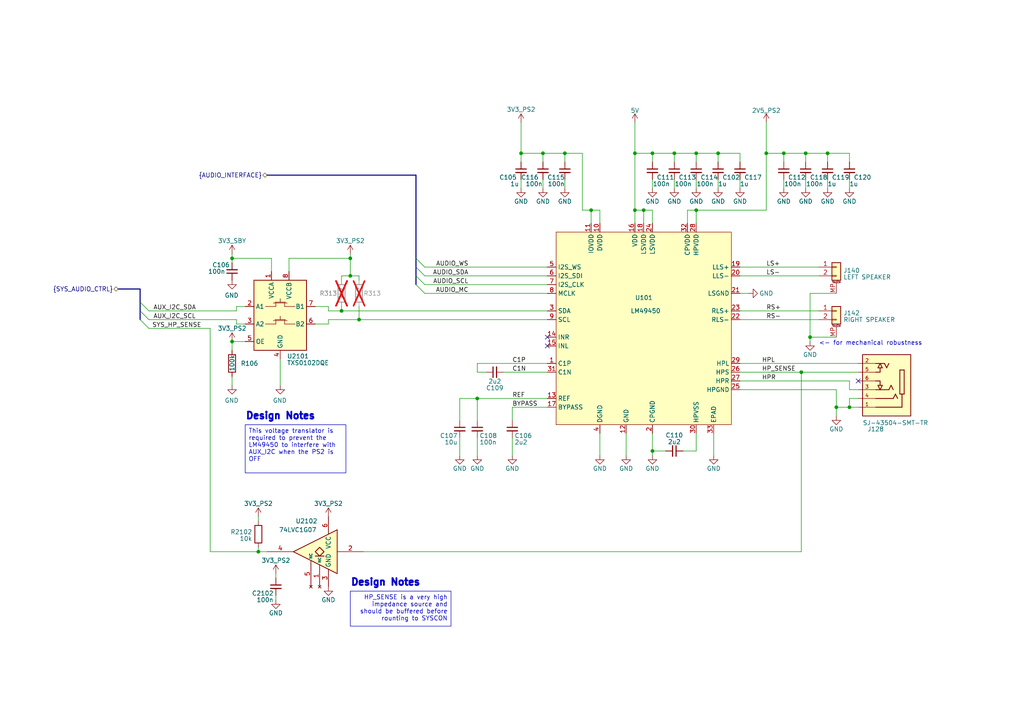
<source format=kicad_sch>
(kicad_sch (version 20230121) (generator eeschema)
  (paper "A4")
  (title_block (title "PS2 Audio Codec") (rev "0.3") (comment 5 "-a project by Tschicki"))
  (lib_symbols
    (symbol "PS2:2V5" (power) (pin_names (offset 0))
      (property "Value" "2V5_PS2" (at 0 3.556 0))
      (symbol "2V5_1_1"
        (pin power_in line (at 0 0 90) (length 0) hide (name "2V5_PS2") (number "1"))
      )
    )
    (symbol "PS2:3V5" (power) (pin_names (offset 0))
      (property "Value" "3V3_PS2" (at 0 3.556 0))
      (symbol "3V5_1_1"
        (pin power_in line (at 0 0 90) (length 0) hide (name "3V3_PS2") (number "1"))
      )
    )
    (symbol "PS2:3V5_SBY" (power) (pin_names (offset 0))
      (property "Value" "3V3_SBY" (at 0 3.556 0))
      (symbol "3V5_SBY_1_1"
        (pin power_in line (at 0 0 90) (length 0) hide (name "3V3_SBY") (number "1"))
      )
    )
    (symbol "PS2:5V" (power) (pin_names (offset 0))
      (property "Value" "5V" (at 0 3.556 0))
      (symbol "5V_1_1"
        (pin power_in line (at 0 0 90) (length 0) hide (name "5V") (number "1"))
      )
    )
    (symbol "PS2:74LVC1G07"
      (property "Reference" "U" (at 0 7.62 0))
      (property "Value" "74LVC1G07" (at 6.35 -5.08 0))
      (symbol "74LVC1G07_1_1"
        (pin no_connect line (at -2.54 -10.16 90) (length 6.35) (name "NC") (number "1"))
        (pin input line (at -15.24 0 0) (length 7.62) (name "~") (number "2"))
        (pin power_in line (at -5.08 -10.16 90) (length 5.08) (name "GND") (number "3"))
        (pin open_collector line (at 12.7 0 180) (length 7.62) (name "~") (number "4"))
        (pin no_connect line (at 0 -10.16 90) (length 7.5) (name "NC") (number "5"))
        (pin power_in line (at -5.08 10.16 270) (length 5.08) (name "VCC") (number "6"))
      )
    )
    (symbol "PS2:JST BM02B-SURS-TF" (pin_names (offset 1.016) hide)
      (property "Reference" "J" (at 0 2.54 0))
      (property "Value" "Conn_01x02_MountingPin" (at 1.27 -5.08 0))
      (symbol "JST BM02B-SURS-TF_1_1"
        (text "Mounting" (at 0 -4.191 0) (effects (font (size 0.381 0.381))))
        (pin passive line (at -5.08 0 0) (length 3.81) (name "Pin_1") (number "1"))
        (pin passive line (at -5.08 -2.54 0) (length 3.81) (name "Pin_2") (number "2"))
        (pin passive line (at 0 -7.62 90) (length 3.048) (name "MountPin") (number "MP"))
      )
    )
    (symbol "PS2:LM49450"
      (property "Reference" "U" (at 0 -22.86 0))
      (property "Value" "LM49450" (at 0 -17.78 0))
      (symbol "LM49450_1_1"
        (pin output line (at -27.94 -33.02 0) (length 2.54) (name "C1P") (number "1"))
        (pin input line (at -12.7 7.62 270) (length 2.54) (name "DVDD") (number "10"))
        (pin input line (at -15.24 7.62 270) (length 2.54) (name "IOVDD") (number "11"))
        (pin passive line (at -5.08 -53.34 90) (length 2.54) (name "GND") (number "12"))
        (pin input line (at -27.94 -43.18 0) (length 2.54) (name "REF") (number "13"))
        (pin input line (at -27.94 -25.4 0) (length 2.54) (name "INR") (number "14"))
        (pin input line (at -27.94 -27.94 0) (length 2.54) (name "INL") (number "15"))
        (pin input line (at -2.54 7.62 270) (length 2.54) (name "VDD") (number "16"))
        (pin input line (at -27.94 -45.72 0) (length 2.54) (name "BYPASS") (number "17"))
        (pin input line (at 0 7.62 270) (length 2.54) (name "LSVDD") (number "18"))
        (pin output line (at 27.94 -5.08 180) (length 2.54) (name "LLS+") (number "19"))
        (pin passive line (at 2.54 -53.34 90) (length 2.54) (name "CPGND") (number "2"))
        (pin output line (at 27.94 -7.62 180) (length 2.54) (name "LLS-") (number "20"))
        (pin output line (at 27.94 -12.7 180) (length 2.54) (name "LSGND") (number "21"))
        (pin output line (at 27.94 -20.32 180) (length 2.54) (name "RLS-") (number "22"))
        (pin output line (at 27.94 -17.78 180) (length 2.54) (name "RLS+") (number "23"))
        (pin input line (at 2.54 7.62 270) (length 2.54) (name "LSVDD") (number "24"))
        (pin passive line (at 27.94 -40.64 180) (length 2.54) (name "HPGND") (number "25"))
        (pin input line (at 27.94 -35.56 180) (length 2.54) (name "HPS") (number "26"))
        (pin output line (at 27.94 -38.1 180) (length 2.54) (name "HPR") (number "27"))
        (pin input line (at 15.24 7.62 270) (length 2.54) (name "HPVDD") (number "28"))
        (pin output line (at 27.94 -33.02 180) (length 2.54) (name "HPL") (number "29"))
        (pin bidirectional line (at -27.94 -17.78 0) (length 2.54) (name "SDA") (number "3"))
        (pin output line (at 15.24 -53.34 90) (length 2.54) (name "HPVSS") (number "30"))
        (pin output line (at -27.94 -35.56 0) (length 2.54) (name "C1N") (number "31"))
        (pin input line (at 12.7 7.62 270) (length 2.54) (name "CPVDD") (number "32"))
        (pin passive line (at 20.32 -53.34 90) (length 2.54) (name "EPAD") (number "33"))
        (pin passive line (at -12.7 -53.34 90) (length 2.54) (name "DGND") (number "4"))
        (pin input line (at -27.94 -5.08 0) (length 2.54) (name "I2S_WS") (number "5"))
        (pin input line (at -27.94 -7.62 0) (length 2.54) (name "I2S_SDI") (number "6"))
        (pin input line (at -27.94 -10.16 0) (length 2.54) (name "I2S_CLK") (number "7"))
        (pin input line (at -27.94 -12.7 0) (length 2.54) (name "MCLK") (number "8"))
        (pin input line (at -27.94 -20.32 0) (length 2.54) (name "SCL") (number "9"))
      )
    )
    (symbol "PS2:SJ-43504-SMT-TR" (pin_names (offset 1.016))
      (property "Reference" "J" (at -8.9086 6.3633 0))
      (property "Value" "SJ-43504-SMT-TR" (at -11.43 -12.7 0))
      (symbol "SJ-43504-SMT-TR_0_0"
        (pin passive line (at 5.08 5.08 180) (length 5.08) (name "~") (number "1"))
        (pin passive line (at 5.08 -7.62 180) (length 5.08) (name "~") (number "2"))
        (pin passive line (at 5.08 0 180) (length 5.08) (name "~") (number "3"))
        (pin passive line (at 5.08 2.54 180) (length 5.08) (name "~") (number "4"))
        (pin passive line (at 5.08 -5.08 180) (length 5.08) (name "~") (number "5"))
        (pin passive line (at 5.08 -2.54 180) (length 5.08) (name "~") (number "6"))
      )
    )
    (symbol "PS2:TXS0102DQE"
      (property "Reference" "U" (at -6.35 11.43 0))
      (property "Value" "TXS0102DQE" (at 3.81 11.43 0))
      (symbol "TXS0102DQE_1_1"
        (pin power_in line (at -2.54 12.7 270) (length 2.54) (name "VCCA") (number "1"))
        (pin bidirectional line (at -10.16 2.54 0) (length 2.54) (name "A1") (number "2"))
        (pin bidirectional line (at -10.16 -2.54 0) (length 2.54) (name "A2") (number "3"))
        (pin power_in line (at 0 -12.7 90) (length 2.54) (name "GND") (number "4"))
        (pin input line (at -10.16 -7.62 0) (length 2.54) (name "OE") (number "5"))
        (pin bidirectional line (at 10.16 -2.54 180) (length 2.54) (name "B2") (number "6"))
        (pin bidirectional line (at 10.16 2.54 180) (length 2.54) (name "B1") (number "7"))
        (pin power_in line (at 2.54 12.7 270) (length 2.54) (name "VCCB") (number "8"))
      )
    )
    (symbol "PS2_Capacitors:C_100n_0402" (pin_numbers hide) (pin_names (offset 0.254) hide)
      (property "Reference" "C" (at 0.254 1.778 0))
      (property "Value" "100n" (at 0.254 -2.032 0))
      (symbol "C_100n_0402_1_1"
        (pin passive line (at 0 2.54 270) (length 2.032) (name "~") (number "1"))
        (pin passive line (at 0 -2.54 90) (length 2.032) (name "~") (number "2"))
      )
    )
    (symbol "PS2_Capacitors:C_10u_0805" (pin_numbers hide) (pin_names (offset 0.254) hide)
      (property "Reference" "C" (at 0.254 1.778 0))
      (property "Value" "10u" (at 0.254 -2.032 0))
      (symbol "C_10u_0805_1_1"
        (pin passive line (at 0 2.54 270) (length 2.032) (name "~") (number "1"))
        (pin passive line (at 0 -2.54 90) (length 2.032) (name "~") (number "2"))
      )
    )
    (symbol "PS2_Capacitors:C_1u_0603" (pin_numbers hide) (pin_names (offset 0.254) hide)
      (property "Reference" "C" (at 0.254 1.778 0))
      (property "Value" "1u" (at 0.254 -2.032 0))
      (symbol "C_1u_0603_1_1"
        (pin passive line (at 0 2.54 270) (length 2.032) (name "~") (number "1"))
        (pin passive line (at 0 -2.54 90) (length 2.032) (name "~") (number "2"))
      )
    )
    (symbol "PS2_Capacitors:C_2u2_0805" (pin_numbers hide) (pin_names (offset 0.254) hide)
      (property "Reference" "C" (at 0.254 1.778 0))
      (property "Value" "2u2" (at 0.254 -2.032 0))
      (symbol "C_2u2_0805_1_1"
        (pin passive line (at 0 2.54 270) (length 2.032) (name "~") (number "1"))
        (pin passive line (at 0 -2.54 90) (length 2.032) (name "~") (number "2"))
      )
    )
    (symbol "PS2_Resistors:R_100k_0402" (pin_numbers hide) (pin_names (offset 0))
      (property "Reference" "R" (at 2.032 0 90))
      (property "Value" "100k" (at 0 0 90))
      (symbol "R_100k_0402_1_1"
        (pin passive line (at 0 3.81 270) (length 1.27) (name "~") (number "1"))
        (pin passive line (at 0 -3.81 90) (length 1.27) (name "~") (number "2"))
      )
    )
    (symbol "PS2_Resistors:R_10k_0402" (pin_numbers hide) (pin_names (offset 0))
      (property "Reference" "R" (at 2.032 0 90))
      (property "Value" "10k" (at 0 0 90))
      (symbol "R_10k_0402_1_1"
        (pin passive line (at 0 3.81 270) (length 1.27) (name "~") (number "1"))
        (pin passive line (at 0 -3.81 90) (length 1.27) (name "~") (number "2"))
      )
    )
    (symbol "PS2_Resistors:R_2k2_0402" (pin_numbers hide) (pin_names (offset 0))
      (property "Reference" "R" (at 2.032 0 90))
      (property "Value" "2k2" (at 0 0 90))
      (symbol "R_2k2_0402_1_1"
        (pin passive line (at 0 3.81 270) (length 1.27) (name "~") (number "1"))
        (pin passive line (at 0 -3.81 90) (length 1.27) (name "~") (number "2"))
      )
    )
    (symbol "power:GND" (power) (pin_names (offset 0))
      (property "Value" "GND" (at 0 -3.81 0))
      (symbol "GND_1_1"
        (pin power_in line (at 0 0 270) (length 0) hide (name "GND") (number "1"))
      )
    )
  )
  (bus_alias "SYS_AUDIO_CTRL" (members "AUX_I2C_SDA" "AUX_I2C_SCL" "SYS_HP_SENSE"))
  (junction (at 201.93 44.45))
  (junction (at 171.45 60.96))
  (junction (at 67.31 74.93))
  (junction (at 227.33 44.45))
  (junction (at 163.83 44.45))
  (junction (at 138.43 115.57))
  (junction (at 189.23 130.81))
  (junction (at 222.25 44.45))
  (junction (at 233.68 44.45))
  (junction (at 67.31 99.06))
  (junction (at 234.95 97.79))
  (junction (at 240.03 44.45))
  (junction (at 101.6 74.93))
  (junction (at 184.15 60.96))
  (junction (at 184.15 44.45))
  (junction (at 157.48 44.45))
  (junction (at 99.06 90.17))
  (junction (at 104.14 92.71))
  (junction (at 201.93 60.96))
  (junction (at 208.28 44.45))
  (junction (at 101.6 80.01))
  (junction (at 195.58 44.45))
  (junction (at 151.13 44.45))
  (junction (at 232.41 107.95))
  (junction (at 189.23 44.45))
  (junction (at 186.69 60.96))
  (junction (at 74.93 160.02))
  (junction (at 246.38 118.11))
  (junction (at 242.57 118.11))
  (no_connect (at 248.92 110.49))
  (no_connect (at 158.75 97.79))
  (no_connect (at 158.75 100.33))
  (bus_entry (at 120.65 80.01) (size 2.54 2.54))
  (bus_entry (at 120.65 82.55) (size 2.54 2.54))
  (bus_entry (at 43.18 92.71) (size -2.54 -2.54))
  (bus_entry (at 43.18 90.17) (size -2.54 -2.54))
  (bus_entry (at 120.65 77.47) (size 2.54 2.54))
  (bus_entry (at 120.65 74.93) (size 2.54 2.54))
  (bus_entry (at 43.18 95.25) (size -2.54 -2.54))
  (wire (pts (xy 138.43 127) (xy 138.43 132.08)))
  (wire (pts (xy 214.63 52.07) (xy 214.63 54.61)))
  (wire (pts (xy 201.93 60.96) (xy 222.25 60.96)))
  (wire (pts (xy 67.31 74.93) (xy 67.31 76.2)))
  (wire (pts (xy 207.01 125.73) (xy 207.01 132.08)))
  (wire (pts (xy 232.41 160.02) (xy 232.41 107.95)))
  (bus (pts (xy 120.65 74.93) (xy 120.65 50.8)))
  (wire (pts (xy 104.14 92.71) (xy 95.25 92.71)))
  (wire (pts (xy 104.14 92.71) (xy 158.75 92.71)))
  (wire (pts (xy 246.38 46.99) (xy 246.38 44.45)))
  (wire (pts (xy 195.58 44.45) (xy 195.58 46.99)))
  (wire (pts (xy 214.63 105.41) (xy 248.92 105.41)))
  (wire (pts (xy 104.14 80.01) (xy 104.14 81.28)))
  (wire (pts (xy 214.63 46.99) (xy 214.63 44.45)))
  (wire (pts (xy 214.63 110.49) (xy 246.38 110.49)))
  (wire (pts (xy 173.99 60.96) (xy 173.99 64.77)))
  (wire (pts (xy 214.63 90.17) (xy 237.49 90.17)))
  (wire (pts (xy 78.74 74.93) (xy 78.74 78.74)))
  (wire (pts (xy 67.31 99.06) (xy 67.31 101.6)))
  (wire (pts (xy 240.03 44.45) (xy 240.03 46.99)))
  (wire (pts (xy 133.35 121.92) (xy 133.35 115.57)))
  (wire (pts (xy 80.01 167.64) (xy 80.01 166.37)))
  (wire (pts (xy 68.58 93.98) (xy 71.12 93.98)))
  (wire (pts (xy 105.41 160.02) (xy 232.41 160.02)))
  (wire (pts (xy 83.82 74.93) (xy 83.82 78.74)))
  (wire (pts (xy 101.6 80.01) (xy 104.14 80.01)))
  (wire (pts (xy 43.18 92.71) (xy 68.58 92.71)))
  (wire (pts (xy 138.43 115.57) (xy 158.75 115.57)))
  (wire (pts (xy 233.68 52.07) (xy 233.68 54.61)))
  (wire (pts (xy 101.6 80.01) (xy 101.6 74.93)))
  (wire (pts (xy 246.38 113.03) (xy 248.92 113.03)))
  (wire (pts (xy 99.06 90.17) (xy 95.25 90.17)))
  (wire (pts (xy 151.13 44.45) (xy 157.48 44.45)))
  (wire (pts (xy 189.23 60.96) (xy 186.69 60.96)))
  (bus (pts (xy 120.65 77.47) (xy 120.65 74.93)))
  (wire (pts (xy 157.48 44.45) (xy 163.83 44.45)))
  (wire (pts (xy 104.14 88.9) (xy 104.14 92.71)))
  (wire (pts (xy 246.38 115.57) (xy 246.38 118.11)))
  (wire (pts (xy 240.03 52.07) (xy 240.03 54.61)))
  (wire (pts (xy 140.97 107.95) (xy 138.43 107.95)))
  (wire (pts (xy 123.19 77.47) (xy 158.75 77.47)))
  (wire (pts (xy 68.58 92.71) (xy 68.58 93.98)))
  (wire (pts (xy 80.01 172.72) (xy 80.01 173.99)))
  (wire (pts (xy 60.96 95.25) (xy 60.96 160.02)))
  (wire (pts (xy 189.23 64.77) (xy 189.23 60.96)))
  (wire (pts (xy 234.95 99.06) (xy 234.95 97.79)))
  (wire (pts (xy 99.06 88.9) (xy 99.06 90.17)))
  (wire (pts (xy 83.82 74.93) (xy 101.6 74.93)))
  (wire (pts (xy 123.19 85.09) (xy 158.75 85.09)))
  (wire (pts (xy 199.39 64.77) (xy 199.39 60.96)))
  (wire (pts (xy 195.58 44.45) (xy 189.23 44.45)))
  (bus (pts (xy 34.29 83.82) (xy 40.64 83.82)))
  (wire (pts (xy 138.43 105.41) (xy 158.75 105.41)))
  (wire (pts (xy 214.63 85.09) (xy 217.17 85.09)))
  (wire (pts (xy 189.23 130.81) (xy 189.23 125.73)))
  (wire (pts (xy 151.13 52.07) (xy 151.13 54.61)))
  (wire (pts (xy 227.33 46.99) (xy 227.33 44.45)))
  (wire (pts (xy 95.25 90.17) (xy 95.25 88.9)))
  (wire (pts (xy 181.61 125.73) (xy 181.61 132.08)))
  (wire (pts (xy 242.57 120.65) (xy 242.57 118.11)))
  (wire (pts (xy 168.91 44.45) (xy 168.91 60.96)))
  (wire (pts (xy 148.59 118.11) (xy 148.59 121.92)))
  (wire (pts (xy 184.15 35.56) (xy 184.15 44.45)))
  (wire (pts (xy 163.83 46.99) (xy 163.83 44.45)))
  (wire (pts (xy 148.59 127) (xy 148.59 132.08)))
  (wire (pts (xy 157.48 46.99) (xy 157.48 44.45)))
  (wire (pts (xy 201.93 44.45) (xy 201.93 46.99)))
  (wire (pts (xy 246.38 110.49) (xy 246.38 113.03)))
  (wire (pts (xy 195.58 52.07) (xy 195.58 54.61)))
  (wire (pts (xy 99.06 80.01) (xy 101.6 80.01)))
  (wire (pts (xy 193.04 130.81) (xy 189.23 130.81)))
  (wire (pts (xy 186.69 60.96) (xy 186.69 64.77)))
  (wire (pts (xy 168.91 60.96) (xy 171.45 60.96)))
  (wire (pts (xy 201.93 44.45) (xy 195.58 44.45)))
  (wire (pts (xy 208.28 44.45) (xy 208.28 46.99)))
  (wire (pts (xy 151.13 46.99) (xy 151.13 44.45)))
  (wire (pts (xy 222.25 44.45) (xy 222.25 35.56)))
  (bus (pts (xy 40.64 83.82) (xy 40.64 87.63)))
  (wire (pts (xy 233.68 44.45) (xy 227.33 44.45)))
  (wire (pts (xy 227.33 52.07) (xy 227.33 54.61)))
  (wire (pts (xy 60.96 160.02) (xy 74.93 160.02)))
  (wire (pts (xy 99.06 90.17) (xy 158.75 90.17)))
  (wire (pts (xy 227.33 44.45) (xy 222.25 44.45)))
  (wire (pts (xy 232.41 107.95) (xy 248.92 107.95)))
  (wire (pts (xy 173.99 125.73) (xy 173.99 132.08)))
  (wire (pts (xy 95.25 88.9) (xy 91.44 88.9)))
  (wire (pts (xy 201.93 130.81) (xy 198.12 130.81)))
  (wire (pts (xy 214.63 44.45) (xy 208.28 44.45)))
  (wire (pts (xy 214.63 113.03) (xy 242.57 113.03)))
  (wire (pts (xy 43.18 90.17) (xy 68.58 90.17)))
  (wire (pts (xy 242.57 118.11) (xy 246.38 118.11)))
  (wire (pts (xy 68.58 90.17) (xy 68.58 88.9)))
  (wire (pts (xy 186.69 60.96) (xy 184.15 60.96)))
  (bus (pts (xy 40.64 87.63) (xy 40.64 90.17)))
  (wire (pts (xy 81.28 104.14) (xy 81.28 111.76)))
  (wire (pts (xy 240.03 44.45) (xy 233.68 44.45)))
  (wire (pts (xy 123.19 80.01) (xy 158.75 80.01)))
  (bus (pts (xy 120.65 80.01) (xy 120.65 77.47)))
  (wire (pts (xy 184.15 44.45) (xy 184.15 60.96)))
  (wire (pts (xy 151.13 35.56) (xy 151.13 44.45)))
  (wire (pts (xy 138.43 121.92) (xy 138.43 115.57)))
  (wire (pts (xy 246.38 118.11) (xy 248.92 118.11)))
  (wire (pts (xy 214.63 80.01) (xy 237.49 80.01)))
  (wire (pts (xy 214.63 92.71) (xy 237.49 92.71)))
  (wire (pts (xy 233.68 44.45) (xy 233.68 46.99)))
  (wire (pts (xy 246.38 44.45) (xy 240.03 44.45)))
  (wire (pts (xy 201.93 52.07) (xy 201.93 54.61)))
  (wire (pts (xy 234.95 97.79) (xy 234.95 85.09)))
  (wire (pts (xy 71.12 88.9) (xy 68.58 88.9)))
  (wire (pts (xy 184.15 60.96) (xy 184.15 64.77)))
  (wire (pts (xy 201.93 60.96) (xy 201.93 64.77)))
  (wire (pts (xy 133.35 127) (xy 133.35 132.08)))
  (wire (pts (xy 95.25 92.71) (xy 95.25 93.98)))
  (wire (pts (xy 157.48 52.07) (xy 157.48 54.61)))
  (wire (pts (xy 189.23 46.99) (xy 189.23 44.45)))
  (wire (pts (xy 148.59 118.11) (xy 158.75 118.11)))
  (wire (pts (xy 171.45 64.77) (xy 171.45 60.96)))
  (wire (pts (xy 189.23 52.07) (xy 189.23 54.61)))
  (wire (pts (xy 95.25 93.98) (xy 91.44 93.98)))
  (bus (pts (xy 40.64 90.17) (xy 40.64 92.71)))
  (wire (pts (xy 246.38 52.07) (xy 246.38 54.61)))
  (bus (pts (xy 77.47 50.8) (xy 120.65 50.8)))
  (wire (pts (xy 189.23 130.81) (xy 189.23 132.08)))
  (wire (pts (xy 74.93 151.13) (xy 74.93 149.86)))
  (wire (pts (xy 163.83 44.45) (xy 168.91 44.45)))
  (wire (pts (xy 133.35 115.57) (xy 138.43 115.57)))
  (wire (pts (xy 208.28 44.45) (xy 201.93 44.45)))
  (wire (pts (xy 67.31 109.22) (xy 67.31 111.76)))
  (wire (pts (xy 101.6 74.93) (xy 101.6 73.66)))
  (wire (pts (xy 201.93 125.73) (xy 201.93 130.81)))
  (wire (pts (xy 248.92 115.57) (xy 246.38 115.57)))
  (wire (pts (xy 78.74 74.93) (xy 67.31 74.93)))
  (wire (pts (xy 199.39 60.96) (xy 201.93 60.96)))
  (wire (pts (xy 43.18 95.25) (xy 60.96 95.25)))
  (wire (pts (xy 67.31 73.66) (xy 67.31 74.93)))
  (wire (pts (xy 208.28 52.07) (xy 208.28 54.61)))
  (wire (pts (xy 242.57 113.03) (xy 242.57 118.11)))
  (wire (pts (xy 163.83 52.07) (xy 163.83 54.61)))
  (wire (pts (xy 214.63 107.95) (xy 232.41 107.95)))
  (wire (pts (xy 123.19 82.55) (xy 158.75 82.55)))
  (wire (pts (xy 222.25 60.96) (xy 222.25 44.45)))
  (wire (pts (xy 71.12 99.06) (xy 67.31 99.06)))
  (wire (pts (xy 138.43 107.95) (xy 138.43 105.41)))
  (wire (pts (xy 99.06 80.01) (xy 99.06 81.28)))
  (wire (pts (xy 189.23 44.45) (xy 184.15 44.45)))
  (wire (pts (xy 234.95 97.79) (xy 242.57 97.79)))
  (wire (pts (xy 146.05 107.95) (xy 158.75 107.95)))
  (wire (pts (xy 77.47 160.02) (xy 74.93 160.02)))
  (bus (pts (xy 120.65 82.55) (xy 120.65 80.01)))
  (wire (pts (xy 214.63 77.47) (xy 237.49 77.47)))
  (wire (pts (xy 74.93 158.75) (xy 74.93 160.02)))
  (wire (pts (xy 234.95 85.09) (xy 242.57 85.09)))
  (wire (pts (xy 171.45 60.96) (xy 173.99 60.96)))
  (text_box "HP_SENSE is a very high impedance source and should be buffered before rounting to SYSCON" (at 101.6 171.45 0) (size 29.21 10.16) (effects (font (size 1.27 1.27)) (justify right top)))
  (text_box "This voltage translator is required to prevent the LM49450 to interfere with AUX_I2C when the PS2 is OFF" (at 71.12 123.19 0) (size 29.21 13.97) (effects (font (size 1.27 1.27)) (justify left top)))
  (text "<- for mechanical robustness" (at 237.49 100.33 0) (effects (font (size 1.27 1.27)) (justify left bottom)))
  (text "Design Notes" (at 101.6 170.18 0) (effects (font (size 2 2) (thickness 1) bold) (justify left bottom)))
  (text "Design Notes" (at 71.12 121.92 0) (effects (font (size 2 2) (thickness 1) bold) (justify left bottom)))
  (label "REF" (at 148.59 115.57 0))
  (label "AUX_I2C_SCL" (at 44.45 92.71 0))
  (label "C1P" (at 148.59 105.41 0))
  (label "AUDIO_SCL" (at 135.89 82.55 180))
  (label "HPR" (at 220.98 110.49 0))
  (label "LS+" (at 222.25 77.47 0))
  (label "AUDIO_SDA" (at 135.89 80.01 180))
  (label "SYS_HP_SENSE" (at 58.42 95.25 180))
  (label "RS+" (at 222.25 90.17 0))
  (label "LS-" (at 222.25 80.01 0))
  (label "AUX_I2C_SDA" (at 44.45 90.17 0))
  (label "BYPASS" (at 148.59 118.11 0))
  (label "C1N" (at 148.59 107.95 0))
  (label "RS-" (at 222.25 92.71 0))
  (label "AUDIO_WS" (at 135.89 77.47 180))
  (label "HP_SENSE" (at 220.98 107.95 0))
  (label "AUDIO_MC" (at 135.89 85.09 180))
  (label "HPL" (at 220.98 105.41 0))
  (hierarchical_label "{AUDIO_INTERFACE}" (shape bidirectional) (at 77.47 50.8 180))
  (hierarchical_label "{SYS_AUDIO_CTRL}" (shape bidirectional) (at 34.29 83.82 180))
  (symbol (lib_id "PS2_Capacitors:C_1u_0603") (at 151.13 49.53 0) (unit 1)
    (property "Reference" "C105" (at 144.78 51.435 0) (effects (justify left)))
    (property "Value" "1u" (at 147.9804 53.34 0) (effects (justify left)))
    (property "Footprint" "PS2:C_0603_1608Metric" (effects hide))
    (property "Datasheet" "https://mm.digikey.com/Volume0/opasdata/d220001/medias/docus/3644/CL10B105KA8NNNC_spec.pdf" (effects hide))
    (property "Part Number" "CL10B105KA8NNNC" (effects hide))
    (instances (project "Alchitry_Base_Top_Bot" (path "" (reference "C105") (unit 1))) (project "PS2_Power_Management_02" (path "" (reference "C185") (unit 1))) (project "PS2_79004_Rev_0_4" (path "" (reference "C2107") (unit 1))))
  )
  (symbol (lib_id "PS2_Capacitors:C_100n_0402") (at 138.43 124.46 0) (unit 1)
    (property "Reference" "C108" (at 139.065 126.365 0) (effects (justify left)))
    (property "Value" "100n" (at 139.065 128.27 0) (effects (justify left)))
    (property "Footprint" "PS2:C_0402_1005Metric" (effects hide))
    (property "Datasheet" "https://www.mouser.at/datasheet/2/447/UPY_NP0X5R_01005_4V_to_25V_V10-3003057.pdf" (effects hide))
    (property "Part Number" "CC0402KRX7R7BB104" (effects hide))
    (instances (project "Alchitry_Base_Top_Bot" (path "" (reference "C108") (unit 1))) (project "PS2_Power_Management_02" (path "" (reference "C178") (unit 1))) (project "PS2_79004_Rev_0_4" (path "" (reference "C2104") (unit 1))))
  )
  (symbol (lib_id "PS2_Capacitors:C_2u2_0805") (at 148.59 124.46 0) (unit 1)
    (property "Reference" "C106" (at 149.225 126.365 0) (effects (justify left)))
    (property "Value" "2u2" (at 149.225 128.27 0) (effects (justify left)))
    (property "Footprint" "PS2:C_0805_2012Metric" (effects hide))
    (property "Datasheet" "https://www.mouser.at/datasheet/2/281/1/GRM21BR71E225KE11_01A-1986986.pdf" (effects hide))
    (property "Part Number" "GRM21BR71E225KE11L" (effects hide))
    (instances (project "Alchitry_Base_Top_Bot" (path "" (reference "C106") (unit 1))) (project "PS2_Power_Management_02" (path "" (reference "C182") (unit 1))) (project "PS2_79004_Rev_0_4" (path "" (reference "C2106") (unit 1))))
  )
  (symbol (lib_id "PS2:3V5") (at 151.13 35.56 0) (unit 1)
    (property "Reference" "#PWR0198" (effects hide))
    (property "Value" "3V3_PS2" (at 151.13 31.75 0))
    (instances (project "PS2_Power_Management_02" (path "" (reference "#PWR0198") (unit 1))) (project "PS2_79004_Rev_0_4" (path "" (reference "#PWR02115") (unit 1))))
  )
  (symbol (lib_id "PS2_Capacitors:C_2u2_0805") (at 143.51 107.95 90) (mirror x) (unit 1)
    (property "Reference" "C109" (at 143.5163 112.522 90))
    (property "Value" "2u2" (at 143.5163 110.601 90))
    (property "Footprint" "PS2:C_0805_2012Metric" (effects hide))
    (property "Datasheet" "https://www.mouser.at/datasheet/2/281/1/GRM21BR71E225KE11_01A-1986986.pdf" (effects hide))
    (property "Part Number" "GRM21BR71E225KE11L" (effects hide))
    (instances (project "Alchitry_Base_Top_Bot" (path "" (reference "C109") (unit 1))) (project "PS2_Power_Management_02" (path "" (reference "C179") (unit 1))) (project "PS2_79004_Rev_0_4" (path "" (reference "C2105") (unit 1))))
  )
  (symbol (lib_id "PS2:JST BM02B-SURS-TF") (at 242.57 90.17 0) (unit 1)
    (property "Reference" "J142" (at 244.602 90.7963 0) (effects (justify left)))
    (property "Value" "RIGHT SPEAKER" (at 244.602 92.7173 0) (effects (justify left)))
    (property "Footprint" "PS2:JST_SUR_BM02B-SURS-TF_1x02-1MP_P0.80mm_Vertical" (effects hide))
    (property "Part Number" "BM02B-SURS-TF" (effects hide))
    (instances (project "Alchitry_Base_Top_Bot" (path "" (reference "J142") (unit 1))) (project "PS2_Power_Management_02" (path "" (reference "J116") (unit 1))) (project "PS2_79004_Rev_0_4" (path "" (reference "J2102") (unit 1))))
  )
  (symbol (lib_id "power:GND") (at 138.43 132.08 0) (mirror y) (unit 1)
    (property "Reference" "#PWR0171" (effects hide))
    (property "Value" "GND" (at 138.43 135.89 0))
    (instances (project "Alchitry_Base_Top_Bot" (path "" (reference "#PWR0171") (unit 1))) (project "PS2_Power_Management_02" (path "" (reference "#PWR0122") (unit 1))) (project "CM_Mainboard" (path "" (reference "#PWR01002") (unit 1))) (project "PS2_79004_Rev_0_4" (path "" (reference "#PWR02113") (unit 1))))
  )
  (symbol (lib_id "PS2:3V5") (at 67.31 99.06 0) (unit 1)
    (property "Reference" "#PWR0198" (effects hide))
    (property "Value" "3V3_PS2" (at 67.31 95.25 0))
    (instances (project "PS2_Power_Management_02" (path "" (reference "#PWR0198") (unit 1))) (project "PS2_79004_Rev_0_4" (path "" (reference "#PWR02103") (unit 1))))
  )
  (symbol (lib_id "PS2_Resistors:R_2k2_0402") (at 99.06 85.09 0) (unit 1) (in_bom no) (dnp yes)
    (property "Reference" "R313" (at 97.79 85.09 0) (effects (justify right)))
    (property "Value" "2k2" (at 99.06 85.09 90))
    (property "Footprint" "PS2:R_0402_1005Metric" (effects hide))
    (property "Part Number" "RC0402FR-072K2L" (effects hide))
    (instances (project "CM_Mainboard" (path "" (reference "R313") (unit 1))) (project "PS2_Power_Management_02" (path "" (reference "R138") (unit 1))) (project "PS2_BMIC" (path "" (reference "R103") (unit 1))) (project "PS2_79004_Rev_0_4" (path "" (reference "R2103") (unit 1))))
  )
  (symbol (lib_id "power:GND") (at 148.59 132.08 0) (mirror y) (unit 1)
    (property "Reference" "#PWR0170" (effects hide))
    (property "Value" "GND" (at 148.59 135.89 0))
    (instances (project "Alchitry_Base_Top_Bot" (path "" (reference "#PWR0170") (unit 1))) (project "PS2_Power_Management_02" (path "" (reference "#PWR0123") (unit 1))) (project "CM_Mainboard" (path "" (reference "#PWR01002") (unit 1))) (project "PS2_79004_Rev_0_4" (path "" (reference "#PWR02114") (unit 1))))
  )
  (symbol (lib_id "power:GND") (at 67.31 81.28 0) (mirror y) (unit 1)
    (property "Reference" "#PWR0119" (effects hide))
    (property "Value" "GND" (at 67.183 85.6742 0))
    (instances (project "PS2_Power_Management_02" (path "" (reference "#PWR0119") (unit 1))) (project "PS2_BMIC" (path "" (reference "#PWR0116") (unit 1))) (project "Power_in" (path "" (reference "#PWR0414") (unit 1))) (project "PS2_79004_Rev_0_4" (path "" (reference "#PWR02102") (unit 1))))
  )
  (symbol (lib_id "PS2_Capacitors:C_100n_0402") (at 201.93 49.53 0) (mirror y) (unit 1)
    (property "Reference" "C114" (at 208.28 51.435 0) (effects (justify left)))
    (property "Value" "100n" (at 207.01 53.34 0) (effects (justify left)))
    (property "Footprint" "PS2:C_0402_1005Metric" (effects hide))
    (property "Datasheet" "https://www.mouser.at/datasheet/2/447/UPY_NP0X5R_01005_4V_to_25V_V10-3003057.pdf" (effects hide))
    (property "Part Number" "CC0402KRX7R7BB104" (effects hide))
    (instances (project "Alchitry_Base_Top_Bot" (path "" (reference "C114") (unit 1))) (project "PS2_Power_Management_02" (path "" (reference "C192") (unit 1))) (project "PS2_79004_Rev_0_4" (path "" (reference "C2113") (unit 1))))
  )
  (symbol (lib_id "PS2:3V5") (at 101.6 73.66 0) (unit 1)
    (property "Reference" "#PWR0198" (effects hide))
    (property "Value" "3V3_PS2" (at 101.6 69.85 0))
    (instances (project "PS2_Power_Management_02" (path "" (reference "#PWR0198") (unit 1))) (project "PS2_79004_Rev_0_4" (path "" (reference "#PWR02111") (unit 1))))
  )
  (symbol (lib_id "PS2_Capacitors:C_100n_0402") (at 80.01 170.18 0) (mirror y) (unit 1)
    (property "Reference" "C2102" (at 79.375 172.085 0) (effects (justify left)))
    (property "Value" "100n" (at 79.375 173.99 0) (effects (justify left)))
    (property "Footprint" "PS2:C_0402_1005Metric" (effects hide))
    (property "Datasheet" "https://www.mouser.at/datasheet/2/447/UPY_NP0X5R_01005_4V_to_25V_V10-3003057.pdf" (effects hide))
    (property "Part Number" "CC0402KRX7R7BB104" (effects hide))
  )
  (symbol (lib_id "power:GND") (at 80.01 173.99 0) (unit 1)
    (property "Reference" "#PWR02107" (effects hide))
    (property "Value" "GND" (at 80.01 177.8 0))
  )
  (symbol (lib_id "power:GND") (at 157.48 54.61 0) (mirror y) (unit 1)
    (property "Reference" "#PWR0147" (effects hide))
    (property "Value" "GND" (at 157.48 58.42 0))
    (instances (project "Alchitry_Base_Top_Bot" (path "" (reference "#PWR0147") (unit 1))) (project "PS2_Power_Management_02" (path "" (reference "#PWR0253") (unit 1))) (project "CM_Mainboard" (path "" (reference "#PWR01002") (unit 1))) (project "PS2_79004_Rev_0_4" (path "" (reference "#PWR02117") (unit 1))))
  )
  (symbol (lib_id "power:GND") (at 133.35 132.08 0) (mirror y) (unit 1)
    (property "Reference" "#PWR0172" (effects hide))
    (property "Value" "GND" (at 133.35 135.89 0))
    (instances (project "Alchitry_Base_Top_Bot" (path "" (reference "#PWR0172") (unit 1))) (project "PS2_Power_Management_02" (path "" (reference "#PWR0121") (unit 1))) (project "CM_Mainboard" (path "" (reference "#PWR01002") (unit 1))) (project "PS2_79004_Rev_0_4" (path "" (reference "#PWR02112") (unit 1))))
  )
  (symbol (lib_id "power:GND") (at 207.01 132.08 0) (mirror y) (unit 1)
    (property "Reference" "#PWR0169" (effects hide))
    (property "Value" "GND" (at 207.01 135.89 0))
    (instances (project "Alchitry_Base_Top_Bot" (path "" (reference "#PWR0169") (unit 1))) (project "PS2_Power_Management_02" (path "" (reference "#PWR0130") (unit 1))) (project "CM_Mainboard" (path "" (reference "#PWR01002") (unit 1))) (project "PS2_79004_Rev_0_4" (path "" (reference "#PWR02126") (unit 1))))
  )
  (symbol (lib_id "power:GND") (at 151.13 54.61 0) (mirror y) (unit 1)
    (property "Reference" "#PWR0154" (effects hide))
    (property "Value" "GND" (at 151.13 58.42 0))
    (instances (project "Alchitry_Base_Top_Bot" (path "" (reference "#PWR0154") (unit 1))) (project "PS2_Power_Management_02" (path "" (reference "#PWR0232") (unit 1))) (project "CM_Mainboard" (path "" (reference "#PWR01002") (unit 1))) (project "PS2_79004_Rev_0_4" (path "" (reference "#PWR02116") (unit 1))))
  )
  (symbol (lib_id "PS2_Capacitors:C_100n_0402") (at 189.23 49.53 0) (mirror y) (unit 1)
    (property "Reference" "C111" (at 195.58 51.435 0) (effects (justify left)))
    (property "Value" "100n" (at 194.31 53.34 0) (effects (justify left)))
    (property "Footprint" "PS2:C_0402_1005Metric" (effects hide))
    (property "Datasheet" "https://www.mouser.at/datasheet/2/447/UPY_NP0X5R_01005_4V_to_25V_V10-3003057.pdf" (effects hide))
    (property "Part Number" "CC0402KRX7R7BB104" (effects hide))
    (instances (project "Alchitry_Base_Top_Bot" (path "" (reference "C111") (unit 1))) (project "PS2_Power_Management_02" (path "" (reference "C189") (unit 1))) (project "PS2_79004_Rev_0_4" (path "" (reference "C2110") (unit 1))))
  )
  (symbol (lib_id "PS2_Resistors:R_100k_0402") (at 67.31 105.41 0) (mirror x) (unit 1)
    (property "Reference" "R106" (at 74.93 105.41 0) (effects (justify right)))
    (property "Value" "100k" (at 67.31 102.87 90) (effects (justify left)))
    (property "Footprint" "PS2:R_0402_1005Metric" (effects hide))
    (property "Part Number" "ERJ-U02F1003X" (effects hide))
    (instances (project "PS2_Power_Management_02" (path "" (reference "R106") (unit 1))) (project "PS2_BMIC" (path "" (reference "R104") (unit 1))) (project "Power_in" (path "" (reference "R403") (unit 1))) (project "PS2_79004_Rev_0_4" (path "" (reference "R2101") (unit 1))))
  )
  (symbol (lib_id "PS2:74LVC1G07") (at 90.17 160.02 0) (mirror y) (unit 1)
    (property "Reference" "U2102" (at 88.9 151.13 0))
    (property "Value" "74LVC1G07" (at 86.36 153.67 0))
    (property "Footprint" "PS2:Texas_USON-6_1x1.45mm_P0.5mm_SMD" (effects hide))
    (property "Datasheet" "https://www.ti.com/lit/ds/symlink/sn74lvc1g07.pdf" (effects hide))
    (property "Part Number" "SN74LVC1G07QDRYRQ1" (effects hide))
  )
  (symbol (lib_id "power:GND") (at 234.95 99.06 0) (mirror y) (unit 1)
    (property "Reference" "#PWR0173" (effects hide))
    (property "Value" "GND" (at 234.95 102.87 0))
    (instances (project "Alchitry_Base_Top_Bot" (path "" (reference "#PWR0173") (unit 1))) (project "PS2_Power_Management_02" (path "" (reference "#PWR0289") (unit 1))) (project "CM_Mainboard" (path "" (reference "#PWR01002") (unit 1))) (project "PS2_79004_Rev_0_4" (path "" (reference "#PWR02133") (unit 1))))
  )
  (symbol (lib_id "power:GND") (at 214.63 54.61 0) (unit 1)
    (property "Reference" "#PWR0164" (effects hide))
    (property "Value" "GND" (at 214.63 58.42 0))
    (instances (project "Alchitry_Base_Top_Bot" (path "" (reference "#PWR0164") (unit 1))) (project "PS2_Power_Management_02" (path "" (reference "#PWR0286") (unit 1))) (project "CM_Mainboard" (path "" (reference "#PWR01002") (unit 1))) (project "PS2_79004_Rev_0_4" (path "" (reference "#PWR02128") (unit 1))))
  )
  (symbol (lib_id "power:GND") (at 189.23 132.08 0) (mirror y) (unit 1)
    (property "Reference" "#PWR0169" (effects hide))
    (property "Value" "GND" (at 189.23 135.89 0))
    (instances (project "Alchitry_Base_Top_Bot" (path "" (reference "#PWR0169") (unit 1))) (project "PS2_Power_Management_02" (path "" (reference "#PWR0342") (unit 1))) (project "CM_Mainboard" (path "" (reference "#PWR01002") (unit 1))) (project "PS2_79004_Rev_0_4" (path "" (reference "#PWR02123") (unit 1))))
  )
  (symbol (lib_id "PS2_Capacitors:C_100n_0402") (at 227.33 49.53 0) (mirror y) (unit 1)
    (property "Reference" "C112" (at 233.68 51.435 0) (effects (justify left)))
    (property "Value" "100n" (at 232.41 53.34 0) (effects (justify left)))
    (property "Footprint" "PS2:C_0402_1005Metric" (effects hide))
    (property "Datasheet" "https://www.mouser.at/datasheet/2/447/UPY_NP0X5R_01005_4V_to_25V_V10-3003057.pdf" (effects hide))
    (property "Part Number" "CC0402KRX7R7BB104" (effects hide))
    (instances (project "Alchitry_Base_Top_Bot" (path "" (reference "C112") (unit 1))) (project "PS2_Power_Management_02" (path "" (reference "C195") (unit 1))) (project "PS2_79004_Rev_0_4" (path "" (reference "C2116") (unit 1))))
  )
  (symbol (lib_id "PS2:JST BM02B-SURS-TF") (at 242.57 77.47 0) (unit 1)
    (property "Reference" "J140" (at 244.602 78.4519 0) (effects (justify left)))
    (property "Value" "LEFT SPEAKER" (at 244.602 80.3729 0) (effects (justify left)))
    (property "Footprint" "PS2:JST_SUR_BM02B-SURS-TF_1x02-1MP_P0.80mm_Vertical" (effects hide))
    (property "Part Number" "BM02B-SURS-TF" (effects hide))
    (instances (project "Alchitry_Base_Top_Bot" (path "" (reference "J140") (unit 1))) (project "PS2_Power_Management_02" (path "" (reference "J115") (unit 1))) (project "PS2_79004_Rev_0_4" (path "" (reference "J2101") (unit 1))))
  )
  (symbol (lib_id "power:GND") (at 173.99 132.08 0) (mirror y) (unit 1)
    (property "Reference" "#PWR0168" (effects hide))
    (property "Value" "GND" (at 173.99 135.89 0))
    (instances (project "Alchitry_Base_Top_Bot" (path "" (reference "#PWR0168") (unit 1))) (project "PS2_Power_Management_02" (path "" (reference "#PWR0263") (unit 1))) (project "CM_Mainboard" (path "" (reference "#PWR01002") (unit 1))) (project "PS2_79004_Rev_0_4" (path "" (reference "#PWR02119") (unit 1))))
  )
  (symbol (lib_id "PS2_Capacitors:C_1u_0603") (at 246.38 49.53 0) (mirror y) (unit 1)
    (property "Reference" "C120" (at 252.73 51.435 0) (effects (justify left)))
    (property "Value" "1u" (at 248.92 53.34 0) (effects (justify left)))
    (property "Footprint" "PS2:C_0603_1608Metric" (effects hide))
    (property "Datasheet" "https://mm.digikey.com/Volume0/opasdata/d220001/medias/docus/3644/CL10B105KA8NNNC_spec.pdf" (effects hide))
    (property "Part Number" "CL10B105KA8NNNC" (effects hide))
    (instances (project "Alchitry_Base_Top_Bot" (path "" (reference "C120") (unit 1))) (project "PS2_Power_Management_02" (path "" (reference "C198") (unit 1))) (project "PS2_79004_Rev_0_4" (path "" (reference "C2119") (unit 1))))
  )
  (symbol (lib_id "PS2_Resistors:R_10k_0402") (at 74.93 154.94 0) (mirror y) (unit 1)
    (property "Reference" "R2102" (at 73.152 154.2963 0) (effects (justify left)))
    (property "Value" "10k" (at 73.152 156.2173 0) (effects (justify left)))
    (property "Footprint" "PS2:R_0402_1005Metric" (effects hide))
    (property "Part Number" "RC0402JR-0710KL" (effects hide))
  )
  (symbol (lib_id "power:GND") (at 95.25 170.18 0) (unit 1)
    (property "Reference" "#PWR02110" (effects hide))
    (property "Value" "GND" (at 95.25 173.99 0))
  )
  (symbol (lib_id "PS2_Capacitors:C_1u_0603") (at 240.03 49.53 0) (mirror y) (unit 1)
    (property "Reference" "C119" (at 246.38 51.435 0) (effects (justify left)))
    (property "Value" "1u" (at 242.57 53.34 0) (effects (justify left)))
    (property "Footprint" "PS2:C_0603_1608Metric" (effects hide))
    (property "Datasheet" "https://mm.digikey.com/Volume0/opasdata/d220001/medias/docus/3644/CL10B105KA8NNNC_spec.pdf" (effects hide))
    (property "Part Number" "CL10B105KA8NNNC" (effects hide))
    (instances (project "Alchitry_Base_Top_Bot" (path "" (reference "C119") (unit 1))) (project "PS2_Power_Management_02" (path "" (reference "C197") (unit 1))) (project "PS2_79004_Rev_0_4" (path "" (reference "C2118") (unit 1))))
  )
  (symbol (lib_id "PS2:3V5") (at 74.93 149.86 0) (mirror y) (unit 1)
    (property "Reference" "#PWR02105" (effects hide))
    (property "Value" "3V3_PS2" (at 74.93 146.05 0))
  )
  (symbol (lib_id "PS2_Capacitors:C_100n_0402") (at 163.83 49.53 0) (mirror y) (unit 1)
    (property "Reference" "C115" (at 163.83 51.435 0) (effects (justify left)))
    (property "Value" "100n" (at 163.83 53.34 0) (effects (justify left)))
    (property "Footprint" "PS2:C_0402_1005Metric" (effects hide))
    (property "Datasheet" "https://www.mouser.at/datasheet/2/447/UPY_NP0X5R_01005_4V_to_25V_V10-3003057.pdf" (effects hide))
    (property "Part Number" "CC0402KRX7R7BB104" (effects hide))
    (instances (project "Alchitry_Base_Top_Bot" (path "" (reference "C115") (unit 1))) (project "PS2_Power_Management_02" (path "" (reference "C187") (unit 1))) (project "PS2_79004_Rev_0_4" (path "" (reference "C2109") (unit 1))))
  )
  (symbol (lib_id "PS2_Capacitors:C_100n_0402") (at 195.58 49.53 0) (mirror y) (unit 1)
    (property "Reference" "C113" (at 201.93 51.435 0) (effects (justify left)))
    (property "Value" "100n" (at 200.66 53.34 0) (effects (justify left)))
    (property "Footprint" "PS2:C_0402_1005Metric" (effects hide))
    (property "Datasheet" "https://www.mouser.at/datasheet/2/447/UPY_NP0X5R_01005_4V_to_25V_V10-3003057.pdf" (effects hide))
    (property "Part Number" "CC0402KRX7R7BB104" (effects hide))
    (instances (project "Alchitry_Base_Top_Bot" (path "" (reference "C113") (unit 1))) (project "PS2_Power_Management_02" (path "" (reference "C190") (unit 1))) (project "PS2_79004_Rev_0_4" (path "" (reference "C2111") (unit 1))))
  )
  (symbol (lib_id "power:GND") (at 217.17 85.09 90) (mirror x) (unit 1)
    (property "Reference" "#PWR0173" (effects hide))
    (property "Value" "GND" (at 222.25 85.09 90))
    (instances (project "Alchitry_Base_Top_Bot" (path "" (reference "#PWR0173") (unit 1))) (project "PS2_Power_Management_02" (path "" (reference "#PWR0289") (unit 1))) (project "CM_Mainboard" (path "" (reference "#PWR01002") (unit 1))) (project "PS2_79004_Rev_0_4" (path "" (reference "#PWR02129") (unit 1))))
  )
  (symbol (lib_id "power:GND") (at 81.28 111.76 0) (mirror y) (unit 1)
    (property "Reference" "#PWR0119" (effects hide))
    (property "Value" "GND" (at 81.153 116.1542 0))
    (instances (project "PS2_Power_Management_02" (path "" (reference "#PWR0119") (unit 1))) (project "PS2_BMIC" (path "" (reference "#PWR0116") (unit 1))) (project "Power_in" (path "" (reference "#PWR0414") (unit 1))) (project "PS2_79004_Rev_0_4" (path "" (reference "#PWR02108") (unit 1))))
  )
  (symbol (lib_id "power:GND") (at 163.83 54.61 0) (mirror y) (unit 1)
    (property "Reference" "#PWR0140" (effects hide))
    (property "Value" "GND" (at 163.83 58.42 0))
    (instances (project "Alchitry_Base_Top_Bot" (path "" (reference "#PWR0140") (unit 1))) (project "PS2_Power_Management_02" (path "" (reference "#PWR0254") (unit 1))) (project "CM_Mainboard" (path "" (reference "#PWR01002") (unit 1))) (project "PS2_79004_Rev_0_4" (path "" (reference "#PWR02118") (unit 1))))
  )
  (symbol (lib_id "power:GND") (at 233.68 54.61 0) (unit 1)
    (property "Reference" "#PWR0165" (effects hide))
    (property "Value" "GND" (at 233.68 58.42 0))
    (instances (project "Alchitry_Base_Top_Bot" (path "" (reference "#PWR0165") (unit 1))) (project "PS2_Power_Management_02" (path "" (reference "#PWR0293") (unit 1))) (project "CM_Mainboard" (path "" (reference "#PWR01002") (unit 1))) (project "PS2_79004_Rev_0_4" (path "" (reference "#PWR02132") (unit 1))))
  )
  (symbol (lib_id "PS2:2V5") (at 222.25 35.56 0) (unit 1)
    (property "Reference" "#PWR0132" (effects hide))
    (property "Value" "2V5_PS2" (at 222.25 32.0581 0))
    (instances (project "Alchitry_Base_Top_Bot" (path "" (reference "#PWR0132") (unit 1))) (project "PS2_Power_Management_02" (path "" (reference "#PWR0290") (unit 1))) (project "PS2_79004_Rev_0_4" (path "" (reference "#PWR02130") (unit 1))))
  )
  (symbol (lib_id "PS2_Capacitors:C_1u_0603") (at 214.63 49.53 0) (mirror y) (unit 1)
    (property "Reference" "C117" (at 220.98 51.435 0) (effects (justify left)))
    (property "Value" "1u" (at 217.17 53.34 0) (effects (justify left)))
    (property "Footprint" "PS2:C_0603_1608Metric" (effects hide))
    (property "Datasheet" "https://mm.digikey.com/Volume0/opasdata/d220001/medias/docus/3644/CL10B105KA8NNNC_spec.pdf" (effects hide))
    (property "Part Number" "CL10B105KA8NNNC" (effects hide))
    (instances (project "Alchitry_Base_Top_Bot" (path "" (reference "C117") (unit 1))) (project "PS2_Power_Management_02" (path "" (reference "C194") (unit 1))) (project "PS2_79004_Rev_0_4" (path "" (reference "C2115") (unit 1))))
  )
  (symbol (lib_id "PS2:5V") (at 184.15 35.56 0) (unit 1)
    (property "Reference" "#PWR0203" (effects hide))
    (property "Value" "5V" (at 184.15 32.0581 0))
    (instances (project "PS2_Power_Management_02" (path "" (reference "#PWR0203") (unit 1))) (project "PS2_79004_Rev_0_4" (path "" (reference "#PWR02121") (unit 1))))
  )
  (symbol (lib_id "PS2_Capacitors:C_1u_0603") (at 208.28 49.53 0) (mirror y) (unit 1)
    (property "Reference" "C102" (at 214.63 51.435 0) (effects (justify left)))
    (property "Value" "1u" (at 210.82 53.34 0) (effects (justify left)))
    (property "Footprint" "PS2:C_0603_1608Metric" (effects hide))
    (property "Datasheet" "https://mm.digikey.com/Volume0/opasdata/d220001/medias/docus/3644/CL10B105KA8NNNC_spec.pdf" (effects hide))
    (property "Part Number" "CL10B105KA8NNNC" (effects hide))
    (instances (project "Alchitry_Base_Top_Bot" (path "" (reference "C102") (unit 1))) (project "PS2_Power_Management_02" (path "" (reference "C193") (unit 1))) (project "PS2_79004_Rev_0_4" (path "" (reference "C2114") (unit 1))))
  )
  (symbol (lib_id "PS2:3V5") (at 80.01 166.37 0) (mirror y) (unit 1)
    (property "Reference" "#PWR02106" (effects hide))
    (property "Value" "3V3_PS2" (at 80.01 162.56 0))
  )
  (symbol (lib_id "PS2_Capacitors:C_2u2_0805") (at 195.58 130.81 270) (mirror x) (unit 1)
    (property "Reference" "C110" (at 195.5737 126.238 90))
    (property "Value" "2u2" (at 195.5737 128.159 90))
    (property "Footprint" "PS2:C_0805_2012Metric" (effects hide))
    (property "Datasheet" "https://www.mouser.at/datasheet/2/281/1/GRM21BR71E225KE11_01A-1986986.pdf" (effects hide))
    (property "Part Number" "GRM21BR71E225KE11L" (effects hide))
    (instances (project "Alchitry_Base_Top_Bot" (path "" (reference "C110") (unit 1))) (project "PS2_Power_Management_02" (path "" (reference "C191") (unit 1))) (project "PS2_79004_Rev_0_4" (path "" (reference "C2112") (unit 1))))
  )
  (symbol (lib_id "PS2:3V5_SBY") (at 67.31 73.66 0) (mirror y) (unit 1)
    (property "Reference" "#PWR0197" (effects hide))
    (property "Value" "3V3_SBY" (at 67.31 69.85 0))
    (instances (project "PS2_Power_Management_02" (path "" (reference "#PWR0197") (unit 1))) (project "PS2_79004_Rev_0_4" (path "" (reference "#PWR02101") (unit 1))))
  )
  (symbol (lib_id "power:GND") (at 195.58 54.61 0) (unit 1)
    (property "Reference" "#PWR0161" (effects hide))
    (property "Value" "GND" (at 195.58 58.42 0))
    (instances (project "Alchitry_Base_Top_Bot" (path "" (reference "#PWR0161") (unit 1))) (project "PS2_Power_Management_02" (path "" (reference "#PWR0279") (unit 1))) (project "CM_Mainboard" (path "" (reference "#PWR01002") (unit 1))) (project "PS2_79004_Rev_0_4" (path "" (reference "#PWR02124") (unit 1))))
  )
  (symbol (lib_id "power:GND") (at 189.23 54.61 0) (unit 1)
    (property "Reference" "#PWR0160" (effects hide))
    (property "Value" "GND" (at 189.23 58.42 0))
    (instances (project "Alchitry_Base_Top_Bot" (path "" (reference "#PWR0160") (unit 1))) (project "PS2_Power_Management_02" (path "" (reference "#PWR0278") (unit 1))) (project "CM_Mainboard" (path "" (reference "#PWR01002") (unit 1))) (project "PS2_79004_Rev_0_4" (path "" (reference "#PWR02122") (unit 1))))
  )
  (symbol (lib_id "power:GND") (at 208.28 54.61 0) (unit 1)
    (property "Reference" "#PWR0163" (effects hide))
    (property "Value" "GND" (at 208.28 58.42 0))
    (instances (project "Alchitry_Base_Top_Bot" (path "" (reference "#PWR0163") (unit 1))) (project "PS2_Power_Management_02" (path "" (reference "#PWR0281") (unit 1))) (project "CM_Mainboard" (path "" (reference "#PWR01002") (unit 1))) (project "PS2_79004_Rev_0_4" (path "" (reference "#PWR02127") (unit 1))))
  )
  (symbol (lib_id "power:GND") (at 246.38 54.61 0) (unit 1)
    (property "Reference" "#PWR0167" (effects hide))
    (property "Value" "GND" (at 246.38 58.42 0))
    (instances (project "Alchitry_Base_Top_Bot" (path "" (reference "#PWR0167") (unit 1))) (project "PS2_Power_Management_02" (path "" (reference "#PWR0295") (unit 1))) (project "CM_Mainboard" (path "" (reference "#PWR01002") (unit 1))) (project "PS2_79004_Rev_0_4" (path "" (reference "#PWR02136") (unit 1))))
  )
  (symbol (lib_id "PS2_Capacitors:C_100n_0402") (at 233.68 49.53 0) (mirror y) (unit 1)
    (property "Reference" "C118" (at 240.03 51.435 0) (effects (justify left)))
    (property "Value" "100n" (at 238.76 53.34 0) (effects (justify left)))
    (property "Footprint" "PS2:C_0402_1005Metric" (effects hide))
    (property "Datasheet" "https://www.mouser.at/datasheet/2/447/UPY_NP0X5R_01005_4V_to_25V_V10-3003057.pdf" (effects hide))
    (property "Part Number" "CC0402KRX7R7BB104" (effects hide))
    (instances (project "Alchitry_Base_Top_Bot" (path "" (reference "C118") (unit 1))) (project "PS2_Power_Management_02" (path "" (reference "C196") (unit 1))) (project "PS2_79004_Rev_0_4" (path "" (reference "C2117") (unit 1))))
  )
  (symbol (lib_id "power:GND") (at 227.33 54.61 0) (unit 1)
    (property "Reference" "#PWR0125" (effects hide))
    (property "Value" "GND" (at 227.33 58.42 0))
    (instances (project "Alchitry_Base_Top_Bot" (path "" (reference "#PWR0125") (unit 1))) (project "PS2_Power_Management_02" (path "" (reference "#PWR0291") (unit 1))) (project "CM_Mainboard" (path "" (reference "#PWR01002") (unit 1))) (project "PS2_79004_Rev_0_4" (path "" (reference "#PWR02131") (unit 1))))
  )
  (symbol (lib_id "power:GND") (at 240.03 54.61 0) (unit 1)
    (property "Reference" "#PWR0166" (effects hide))
    (property "Value" "GND" (at 240.03 58.42 0))
    (instances (project "Alchitry_Base_Top_Bot" (path "" (reference "#PWR0166") (unit 1))) (project "PS2_Power_Management_02" (path "" (reference "#PWR0294") (unit 1))) (project "CM_Mainboard" (path "" (reference "#PWR01002") (unit 1))) (project "PS2_79004_Rev_0_4" (path "" (reference "#PWR02134") (unit 1))))
  )
  (symbol (lib_id "PS2_Resistors:R_2k2_0402") (at 104.14 85.09 0) (mirror y) (unit 1) (in_bom no) (dnp yes)
    (property "Reference" "R313" (at 105.41 85.09 0) (effects (justify right)))
    (property "Value" "2k2" (at 104.14 85.09 90))
    (property "Footprint" "PS2:R_0402_1005Metric" (effects hide))
    (property "Part Number" "RC0402FR-072K2L" (effects hide))
    (instances (project "CM_Mainboard" (path "" (reference "R313") (unit 1))) (project "PS2_Power_Management_02" (path "" (reference "R121") (unit 1))) (project "PS2_BMIC" (path "" (reference "R103") (unit 1))) (project "PS2_79004_Rev_0_4" (path "" (reference "R2104") (unit 1))))
  )
  (symbol (lib_id "power:GND") (at 242.57 120.65 0) (mirror y) (unit 1)
    (property "Reference" "#PWR0174" (effects hide))
    (property "Value" "GND" (at 242.57 124.46 0))
    (instances (project "Alchitry_Base_Top_Bot" (path "" (reference "#PWR0174") (unit 1))) (project "PS2_Power_Management_02" (path "" (reference "#PWR0292") (unit 1))) (project "CM_Mainboard" (path "" (reference "#PWR01002") (unit 1))) (project "PS2_79004_Rev_0_4" (path "" (reference "#PWR02135") (unit 1))))
  )
  (symbol (lib_id "power:GND") (at 201.93 54.61 0) (unit 1)
    (property "Reference" "#PWR0162" (effects hide))
    (property "Value" "GND" (at 201.93 58.42 0))
    (instances (project "Alchitry_Base_Top_Bot" (path "" (reference "#PWR0162") (unit 1))) (project "PS2_Power_Management_02" (path "" (reference "#PWR0280") (unit 1))) (project "CM_Mainboard" (path "" (reference "#PWR01002") (unit 1))) (project "PS2_79004_Rev_0_4" (path "" (reference "#PWR02125") (unit 1))))
  )
  (symbol (lib_id "PS2:3V5") (at 95.25 149.86 0) (mirror y) (unit 1)
    (property "Reference" "#PWR02109" (effects hide))
    (property "Value" "3V3_PS2" (at 95.25 146.05 0))
  )
  (symbol (lib_id "PS2:LM49450") (at 186.69 72.39 0) (unit 1)
    (property "Reference" "U101" (at 184.15 86.36 0) (effects (justify left)))
    (property "Value" "LM49450" (at 182.88 90.17 0) (effects (justify left)))
    (property "Footprint" "PS2:WQFN-32-1EP_5x5mm_P0.5mm_EP3.1x3.1mm" (effects hide))
    (property "Datasheet" "https://www.ti.com/lit/ds/symlink/lm49450.pdf?ts=1689981122699&ref_url=https%253A%252F%252Fwww.ti.com%252Fproduct%252FLM49450%252Fpart-details%252FLM49450SQ%252FNOPB" (effects hide))
    (property "Part Number" "LM49450SQ/NOPB" (effects hide))
    (instances (project "Alchitry_Base_Top_Bot" (path "" (reference "U101") (unit 1))) (project "PS2_Power_Management_02" (path "" (reference "U112") (unit 1))) (project "PS2_79004_Rev_0_4" (path "" (reference "U2103") (unit 1))))
  )
  (symbol (lib_id "power:GND") (at 67.31 111.76 0) (mirror y) (unit 1)
    (property "Reference" "#PWR0119" (effects hide))
    (property "Value" "GND" (at 67.183 116.1542 0))
    (instances (project "PS2_Power_Management_02" (path "" (reference "#PWR0119") (unit 1))) (project "PS2_BMIC" (path "" (reference "#PWR0116") (unit 1))) (project "Power_in" (path "" (reference "#PWR0414") (unit 1))) (project "PS2_79004_Rev_0_4" (path "" (reference "#PWR02104") (unit 1))))
  )
  (symbol (lib_id "PS2_Capacitors:C_100n_0402") (at 157.48 49.53 0) (unit 1)
    (property "Reference" "C116" (at 151.13 51.435 0) (effects (justify left)))
    (property "Value" "100n" (at 152.4 53.34 0) (effects (justify left)))
    (property "Footprint" "PS2:C_0402_1005Metric" (effects hide))
    (property "Datasheet" "https://www.mouser.at/datasheet/2/447/UPY_NP0X5R_01005_4V_to_25V_V10-3003057.pdf" (effects hide))
    (property "Part Number" "CC0402KRX7R7BB104" (effects hide))
    (instances (project "Alchitry_Base_Top_Bot" (path "" (reference "C116") (unit 1))) (project "PS2_Power_Management_02" (path "" (reference "C186") (unit 1))) (project "PS2_79004_Rev_0_4" (path "" (reference "C2108") (unit 1))))
  )
  (symbol (lib_id "power:GND") (at 181.61 132.08 0) (mirror y) (unit 1)
    (property "Reference" "#PWR0169" (effects hide))
    (property "Value" "GND" (at 181.61 135.89 0))
    (instances (project "Alchitry_Base_Top_Bot" (path "" (reference "#PWR0169") (unit 1))) (project "PS2_Power_Management_02" (path "" (reference "#PWR0264") (unit 1))) (project "CM_Mainboard" (path "" (reference "#PWR01002") (unit 1))) (project "PS2_79004_Rev_0_4" (path "" (reference "#PWR02120") (unit 1))))
  )
  (symbol (lib_id "PS2_Capacitors:C_10u_0805") (at 133.35 124.46 0) (mirror y) (unit 1)
    (property "Reference" "C107" (at 132.715 126.365 0) (effects (justify left)))
    (property "Value" "10u" (at 132.715 128.27 0) (effects (justify left)))
    (property "Footprint" "PS2:C_0805_2012Metric" (effects hide))
    (property "Datasheet" "https://www.mouser.at/datasheet/2/445/1/885012107014-3101825.pdf" (effects hide))
    (property "Part Number" "TMK212BBJ106MGHT" (effects hide))
    (instances (project "Alchitry_Base_Top_Bot" (path "" (reference "C107") (unit 1))) (project "PS2_Power_Management_02" (path "" (reference "C177") (unit 1))) (project "PS2_79004_Rev_0_4" (path "" (reference "C2103") (unit 1))))
  )
  (symbol (lib_id "PS2_Capacitors:C_100n_0402") (at 67.31 78.74 180) (unit 1)
    (property "Reference" "C106" (at 66.675 76.835 0) (effects (justify left)))
    (property "Value" "100n" (at 60.325 78.74 0) (effects (justify right)))
    (property "Footprint" "PS2:C_0402_1005Metric" (effects hide))
    (property "Datasheet" "https://www.mouser.at/datasheet/2/447/UPY_NP0X5R_01005_4V_to_25V_V10-3003057.pdf" (effects hide))
    (property "Part Number" "CC0402KRX7R7BB104" (effects hide))
    (instances (project "PS2_Power_Management_02" (path "" (reference "C106") (unit 1))) (project "PS2_BMIC" (path "" (reference "C106") (unit 1))) (project "Power_in" (path "" (reference "C406") (unit 1))) (project "PS2_79004_Rev_0_4" (path "" (reference "C2101") (unit 1))))
  )
  (symbol (lib_id "PS2:SJ-43504-SMT-TR") (at 254 113.03 180) (unit 1)
    (property "Reference" "J128" (at 254 124.46 0))
    (property "Value" "SJ-43504-SMT-TR" (at 269.24 121.92 0) (effects (justify left bottom)))
    (property "Footprint" "PS2:CUI_SJ-43504-SMT-TR" (effects hide))
    (property "Datasheet" "https://www.cuidevices.com/product/resource/sj-352x-smt.pdf" (effects hide))
    (property "Part Number" "SJ-43504-SMT-TR" (effects hide))
    (instances (project "PS2_Power_Management_02" (path "" (reference "J128") (unit 1))) (project "PS2_79004_Rev_0_4" (path "" (reference "J2103") (unit 1))))
  )
  (symbol (lib_id "PS2:TXS0102DQE") (at 81.28 91.44 0) (unit 1)
    (property "Reference" "U2101" (at 83.2359 103.3225 0) (effects (justify left)))
    (property "Value" "TXS0102DQE" (at 83.2359 105.2435 0) (effects (justify left)))
    (property "Footprint" "PS2:X2SON-8_1.4x1mm_P0.35mm" (effects hide))
    (property "Datasheet" "http://www.ti.com/lit/gpn/txs0102" (effects hide))
    (property "Part Number" "TXS0102DQE" (effects hide))
  )
)
</source>
